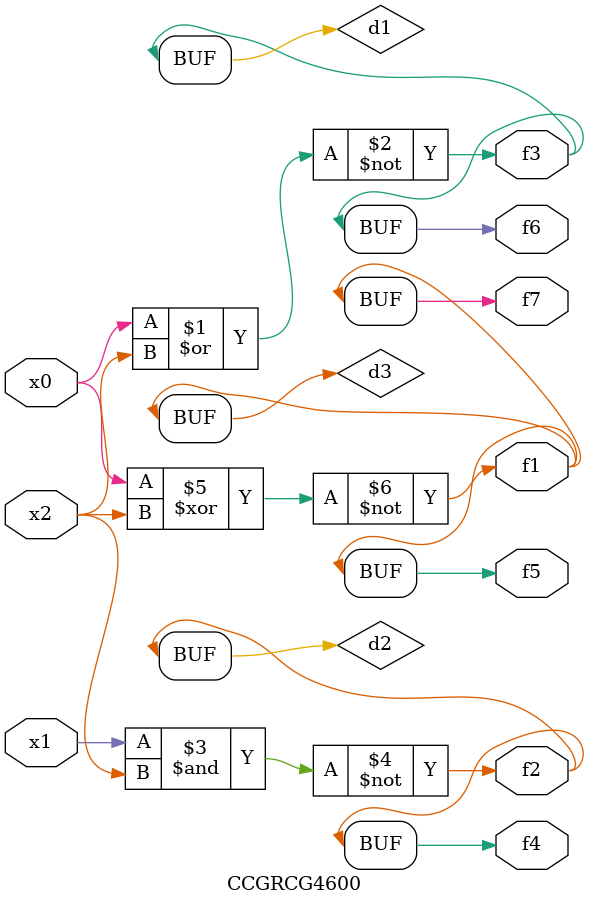
<source format=v>
module CCGRCG4600(
	input x0, x1, x2,
	output f1, f2, f3, f4, f5, f6, f7
);

	wire d1, d2, d3;

	nor (d1, x0, x2);
	nand (d2, x1, x2);
	xnor (d3, x0, x2);
	assign f1 = d3;
	assign f2 = d2;
	assign f3 = d1;
	assign f4 = d2;
	assign f5 = d3;
	assign f6 = d1;
	assign f7 = d3;
endmodule

</source>
